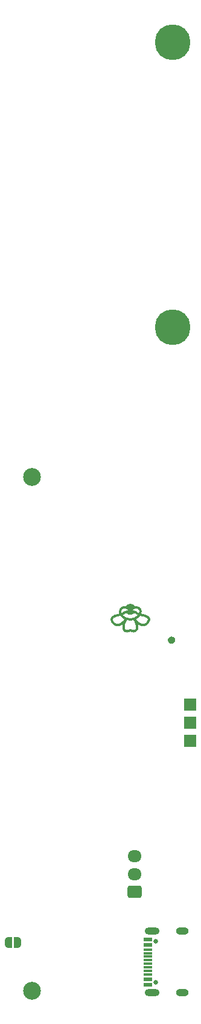
<source format=gbr>
%TF.GenerationSoftware,KiCad,Pcbnew,8.0.7*%
%TF.CreationDate,2024-12-30T17:39:46+01:00*%
%TF.ProjectId,termometer2,7465726d-6f6d-4657-9465-72322e6b6963,rev?*%
%TF.SameCoordinates,Original*%
%TF.FileFunction,Soldermask,Bot*%
%TF.FilePolarity,Negative*%
%FSLAX46Y46*%
G04 Gerber Fmt 4.6, Leading zero omitted, Abs format (unit mm)*
G04 Created by KiCad (PCBNEW 8.0.7) date 2024-12-30 17:39:46*
%MOMM*%
%LPD*%
G01*
G04 APERTURE LIST*
G04 Aperture macros list*
%AMRoundRect*
0 Rectangle with rounded corners*
0 $1 Rounding radius*
0 $2 $3 $4 $5 $6 $7 $8 $9 X,Y pos of 4 corners*
0 Add a 4 corners polygon primitive as box body*
4,1,4,$2,$3,$4,$5,$6,$7,$8,$9,$2,$3,0*
0 Add four circle primitives for the rounded corners*
1,1,$1+$1,$2,$3*
1,1,$1+$1,$4,$5*
1,1,$1+$1,$6,$7*
1,1,$1+$1,$8,$9*
0 Add four rect primitives between the rounded corners*
20,1,$1+$1,$2,$3,$4,$5,0*
20,1,$1+$1,$4,$5,$6,$7,0*
20,1,$1+$1,$6,$7,$8,$9,0*
20,1,$1+$1,$8,$9,$2,$3,0*%
%AMFreePoly0*
4,1,19,0.500000,-0.750000,0.000000,-0.750000,0.000000,-0.744911,-0.071157,-0.744911,-0.207708,-0.704816,-0.327430,-0.627875,-0.420627,-0.520320,-0.479746,-0.390866,-0.500000,-0.250000,-0.500000,0.250000,-0.479746,0.390866,-0.420627,0.520320,-0.327430,0.627875,-0.207708,0.704816,-0.071157,0.744911,0.000000,0.744911,0.000000,0.750000,0.500000,0.750000,0.500000,-0.750000,0.500000,-0.750000,
$1*%
%AMFreePoly1*
4,1,19,0.000000,0.744911,0.071157,0.744911,0.207708,0.704816,0.327430,0.627875,0.420627,0.520320,0.479746,0.390866,0.500000,0.250000,0.500000,-0.250000,0.479746,-0.390866,0.420627,-0.520320,0.327430,-0.627875,0.207708,-0.704816,0.071157,-0.744911,0.000000,-0.744911,0.000000,-0.750000,-0.500000,-0.750000,-0.500000,0.750000,0.000000,0.750000,0.000000,0.744911,0.000000,0.744911,
$1*%
G04 Aperture macros list end*
%ADD10C,0.000000*%
%ADD11C,0.010000*%
%ADD12C,5.000000*%
%ADD13RoundRect,0.250000X0.725000X-0.600000X0.725000X0.600000X-0.725000X0.600000X-0.725000X-0.600000X0*%
%ADD14O,1.950000X1.700000*%
%ADD15R,1.700000X1.700000*%
%ADD16C,2.500000*%
%ADD17FreePoly0,180.000000*%
%ADD18FreePoly1,180.000000*%
%ADD19C,0.650000*%
%ADD20R,1.240000X0.600000*%
%ADD21R,1.240000X0.300000*%
%ADD22O,1.800000X1.000000*%
%ADD23O,2.100000X1.000000*%
G04 APERTURE END LIST*
D10*
G36*
X108662577Y-172517637D02*
G01*
X108710908Y-172523202D01*
X108735242Y-172526812D01*
X108759655Y-172531033D01*
X108784120Y-172535910D01*
X108808612Y-172541487D01*
X108833105Y-172547809D01*
X108857572Y-172554921D01*
X108881989Y-172562867D01*
X108906329Y-172571692D01*
X108930566Y-172581440D01*
X108954675Y-172592156D01*
X108978630Y-172603885D01*
X109002405Y-172616671D01*
X109019157Y-172626463D01*
X109035695Y-172636856D01*
X109052009Y-172647844D01*
X109068087Y-172659421D01*
X109083921Y-172671584D01*
X109099499Y-172684326D01*
X109114812Y-172697642D01*
X109129850Y-172711528D01*
X109144602Y-172725978D01*
X109159059Y-172740987D01*
X109173210Y-172756550D01*
X109187045Y-172772661D01*
X109200554Y-172789316D01*
X109213727Y-172806509D01*
X109226554Y-172824235D01*
X109239024Y-172842489D01*
X109294465Y-172833221D01*
X109349754Y-172827385D01*
X109404730Y-172824937D01*
X109459232Y-172825832D01*
X109513100Y-172830025D01*
X109566173Y-172837471D01*
X109618290Y-172848125D01*
X109669290Y-172861943D01*
X109719013Y-172878879D01*
X109767297Y-172898889D01*
X109813983Y-172921928D01*
X109858908Y-172947951D01*
X109901914Y-172976913D01*
X109942837Y-173008769D01*
X109981519Y-173043474D01*
X110017798Y-173080984D01*
X110049130Y-173118549D01*
X110077555Y-173158390D01*
X110103005Y-173200377D01*
X110125410Y-173244381D01*
X110144699Y-173290274D01*
X110160802Y-173337926D01*
X110173650Y-173387208D01*
X110183172Y-173437992D01*
X110189299Y-173490148D01*
X110191961Y-173543548D01*
X110191087Y-173598062D01*
X110186608Y-173653561D01*
X110178453Y-173709917D01*
X110166554Y-173767000D01*
X110150839Y-173824681D01*
X110131240Y-173882832D01*
X110273503Y-173905648D01*
X110411211Y-173931205D01*
X110478140Y-173945261D01*
X110543671Y-173960301D01*
X110607718Y-173976426D01*
X110670193Y-173993735D01*
X110731011Y-174012327D01*
X110790086Y-174032303D01*
X110847329Y-174053762D01*
X110902657Y-174076804D01*
X110955981Y-174101528D01*
X111007216Y-174128036D01*
X111056275Y-174156425D01*
X111103071Y-174186796D01*
X111130009Y-174206183D01*
X111156100Y-174226723D01*
X111181252Y-174248391D01*
X111205371Y-174271161D01*
X111228363Y-174295008D01*
X111250135Y-174319906D01*
X111270594Y-174345829D01*
X111289646Y-174372751D01*
X111307198Y-174400648D01*
X111323156Y-174429493D01*
X111337428Y-174459260D01*
X111349919Y-174489924D01*
X111360536Y-174521460D01*
X111369185Y-174553841D01*
X111375774Y-174587042D01*
X111380209Y-174621037D01*
X111382521Y-174655511D01*
X111382822Y-174690175D01*
X111381136Y-174725041D01*
X111377491Y-174760122D01*
X111371913Y-174795432D01*
X111364426Y-174830983D01*
X111355058Y-174866789D01*
X111343833Y-174902862D01*
X111330779Y-174939216D01*
X111315921Y-174975864D01*
X111299285Y-175012818D01*
X111280897Y-175050092D01*
X111260784Y-175087699D01*
X111238970Y-175125652D01*
X111215482Y-175163963D01*
X111190346Y-175202646D01*
X111189025Y-175204597D01*
X111187677Y-175206529D01*
X111186303Y-175208441D01*
X111184902Y-175210335D01*
X111183475Y-175212208D01*
X111182021Y-175214061D01*
X111180542Y-175215895D01*
X111179037Y-175217707D01*
X111137143Y-175265588D01*
X111094706Y-175310483D01*
X111051768Y-175352414D01*
X111008368Y-175391403D01*
X110964549Y-175427473D01*
X110920353Y-175460644D01*
X110875820Y-175490939D01*
X110830991Y-175518379D01*
X110785909Y-175542986D01*
X110740614Y-175564782D01*
X110695148Y-175583789D01*
X110649552Y-175600029D01*
X110603867Y-175613523D01*
X110558135Y-175624293D01*
X110512397Y-175632361D01*
X110466695Y-175637749D01*
X110421268Y-175640544D01*
X110376342Y-175640893D01*
X110331937Y-175638905D01*
X110288074Y-175634692D01*
X110244773Y-175628365D01*
X110202053Y-175620033D01*
X110159935Y-175609808D01*
X110118440Y-175597800D01*
X110077587Y-175584119D01*
X110037396Y-175568878D01*
X109997889Y-175552185D01*
X109959084Y-175534151D01*
X109921003Y-175514888D01*
X109883666Y-175494506D01*
X109847092Y-175473116D01*
X109811301Y-175450827D01*
X109794842Y-175440112D01*
X109778521Y-175429181D01*
X109762335Y-175418053D01*
X109746279Y-175406742D01*
X109730348Y-175395266D01*
X109714537Y-175383640D01*
X109683255Y-175360003D01*
X109697852Y-175426888D01*
X109709629Y-175492113D01*
X109718618Y-175555663D01*
X109724850Y-175617520D01*
X109728355Y-175677668D01*
X109729164Y-175736091D01*
X109727308Y-175792773D01*
X109722817Y-175847695D01*
X109715722Y-175900843D01*
X109706054Y-175952199D01*
X109693843Y-176001748D01*
X109679121Y-176049471D01*
X109661917Y-176095354D01*
X109642264Y-176139379D01*
X109620190Y-176181531D01*
X109595728Y-176221791D01*
X109572978Y-176254435D01*
X109548549Y-176285284D01*
X109522539Y-176314311D01*
X109495046Y-176341487D01*
X109466170Y-176366784D01*
X109436009Y-176390175D01*
X109404661Y-176411632D01*
X109372227Y-176431125D01*
X109338804Y-176448627D01*
X109304492Y-176464110D01*
X109269389Y-176477545D01*
X109233594Y-176488905D01*
X109197206Y-176498161D01*
X109160323Y-176505286D01*
X109123045Y-176510251D01*
X109085470Y-176513027D01*
X109055049Y-176513692D01*
X109024572Y-176512999D01*
X108994062Y-176510967D01*
X108963544Y-176507615D01*
X108933042Y-176502959D01*
X108902580Y-176497019D01*
X108872181Y-176489812D01*
X108841871Y-176481356D01*
X108811673Y-176471670D01*
X108781610Y-176460772D01*
X108751708Y-176448679D01*
X108721989Y-176435410D01*
X108692479Y-176420983D01*
X108663201Y-176405416D01*
X108634179Y-176388727D01*
X108605437Y-176370934D01*
X108576715Y-176388723D01*
X108547715Y-176405410D01*
X108518460Y-176420976D01*
X108488974Y-176435402D01*
X108459281Y-176448671D01*
X108429406Y-176460764D01*
X108399371Y-176471663D01*
X108369201Y-176481350D01*
X108338920Y-176489807D01*
X108308553Y-176497015D01*
X108278122Y-176502957D01*
X108247652Y-176507614D01*
X108217167Y-176510967D01*
X108186690Y-176513000D01*
X108156246Y-176513692D01*
X108125859Y-176513027D01*
X108088326Y-176510246D01*
X108051091Y-176505271D01*
X108014254Y-176498133D01*
X107977913Y-176488858D01*
X107942167Y-176477477D01*
X107907116Y-176464017D01*
X107872859Y-176448508D01*
X107839495Y-176430978D01*
X107807123Y-176411457D01*
X107775842Y-176389971D01*
X107745750Y-176366551D01*
X107716949Y-176341225D01*
X107689535Y-176314022D01*
X107663609Y-176284971D01*
X107639270Y-176254099D01*
X107616616Y-176221437D01*
X107592282Y-176181180D01*
X107570334Y-176139040D01*
X107550802Y-176095033D01*
X107533717Y-176049174D01*
X107519109Y-176001480D01*
X107507008Y-175951966D01*
X107497445Y-175900650D01*
X107490450Y-175847548D01*
X107486052Y-175792675D01*
X107484283Y-175736048D01*
X107484293Y-175735381D01*
X107826716Y-175735381D01*
X107827499Y-175768558D01*
X107829429Y-175800291D01*
X107836509Y-175859414D01*
X107847519Y-175912730D01*
X107854361Y-175937205D01*
X107862020Y-175960222D01*
X107870442Y-175981778D01*
X107879572Y-176001871D01*
X107889356Y-176020499D01*
X107899738Y-176037659D01*
X107911195Y-176054374D01*
X107923101Y-176069913D01*
X107935461Y-176084297D01*
X107948284Y-176097548D01*
X107961576Y-176109686D01*
X107975345Y-176120733D01*
X107989598Y-176130710D01*
X108004343Y-176139637D01*
X108019587Y-176147535D01*
X108035336Y-176154426D01*
X108051599Y-176160331D01*
X108068383Y-176165271D01*
X108085695Y-176169266D01*
X108103541Y-176172338D01*
X108121931Y-176174508D01*
X108140870Y-176175797D01*
X108160382Y-176176121D01*
X108180459Y-176175364D01*
X108201058Y-176173497D01*
X108222138Y-176170493D01*
X108243656Y-176166321D01*
X108265570Y-176160955D01*
X108287838Y-176154365D01*
X108310419Y-176146522D01*
X108333270Y-176137399D01*
X108356349Y-176126966D01*
X108379615Y-176115196D01*
X108403026Y-176102059D01*
X108426538Y-176087526D01*
X108450111Y-176071571D01*
X108473703Y-176054163D01*
X108497271Y-176035275D01*
X108503035Y-176032603D01*
X108508889Y-176030153D01*
X108514826Y-176027927D01*
X108520842Y-176025926D01*
X108526928Y-176024152D01*
X108533078Y-176022608D01*
X108539287Y-176021295D01*
X108545548Y-176020215D01*
X108549055Y-176018397D01*
X108552601Y-176016663D01*
X108556183Y-176015014D01*
X108559801Y-176013450D01*
X108563452Y-176011972D01*
X108567135Y-176010580D01*
X108570848Y-176009274D01*
X108574590Y-176008056D01*
X108578360Y-176006925D01*
X108582156Y-176005883D01*
X108585976Y-176004929D01*
X108589819Y-176004063D01*
X108593683Y-176003288D01*
X108597566Y-176002602D01*
X108601468Y-176002007D01*
X108605386Y-176001503D01*
X108609308Y-176002006D01*
X108613213Y-176002600D01*
X108617100Y-176003285D01*
X108620967Y-176004060D01*
X108624813Y-176004924D01*
X108628637Y-176005878D01*
X108632436Y-176006921D01*
X108636209Y-176008051D01*
X108639954Y-176009270D01*
X108643671Y-176010575D01*
X108647357Y-176011967D01*
X108651011Y-176013446D01*
X108654631Y-176015010D01*
X108658217Y-176016660D01*
X108661765Y-176018395D01*
X108665276Y-176020213D01*
X108671536Y-176021293D01*
X108677745Y-176022607D01*
X108683896Y-176024151D01*
X108689982Y-176025926D01*
X108695997Y-176027927D01*
X108701935Y-176030154D01*
X108707789Y-176032604D01*
X108713553Y-176035276D01*
X108737111Y-176054155D01*
X108760698Y-176071556D01*
X108784273Y-176087508D01*
X108807793Y-176102038D01*
X108831217Y-176115174D01*
X108854503Y-176126946D01*
X108877608Y-176137380D01*
X108900491Y-176146506D01*
X108923109Y-176154352D01*
X108945422Y-176160945D01*
X108967385Y-176166315D01*
X108988959Y-176170489D01*
X109010100Y-176173496D01*
X109030767Y-176175364D01*
X109050918Y-176176122D01*
X109070511Y-176175797D01*
X109089535Y-176174504D01*
X109108012Y-176172326D01*
X109125950Y-176169242D01*
X109143355Y-176165232D01*
X109160233Y-176160275D01*
X109176591Y-176154351D01*
X109184578Y-176151019D01*
X109192437Y-176147438D01*
X109200169Y-176143604D01*
X109207776Y-176139516D01*
X109215258Y-176135170D01*
X109222616Y-176130565D01*
X109229850Y-176125697D01*
X109236962Y-176120564D01*
X109243953Y-176115163D01*
X109250822Y-176109492D01*
X109257572Y-176103549D01*
X109264203Y-176097329D01*
X109270715Y-176090832D01*
X109277111Y-176084055D01*
X109289552Y-176069648D01*
X109301534Y-176054088D01*
X109313062Y-176037355D01*
X109321376Y-176023907D01*
X109329339Y-176009554D01*
X109336926Y-175994297D01*
X109344107Y-175978136D01*
X109350855Y-175961072D01*
X109357142Y-175943105D01*
X109362939Y-175924236D01*
X109368219Y-175904466D01*
X109372953Y-175883795D01*
X109377114Y-175862223D01*
X109380674Y-175839752D01*
X109383604Y-175816381D01*
X109385877Y-175792112D01*
X109387464Y-175766945D01*
X109388338Y-175740880D01*
X109388470Y-175713918D01*
X109387117Y-175670881D01*
X109383757Y-175625683D01*
X109378305Y-175578335D01*
X109370674Y-175528847D01*
X109360780Y-175477230D01*
X109348536Y-175423494D01*
X109333856Y-175367650D01*
X109316655Y-175309709D01*
X109296846Y-175249682D01*
X109274344Y-175187578D01*
X109249063Y-175123409D01*
X109220917Y-175057185D01*
X109189820Y-174988917D01*
X109155686Y-174918615D01*
X109118430Y-174846291D01*
X109077965Y-174771954D01*
X109023594Y-174784615D01*
X108968281Y-174796415D01*
X108911868Y-174807112D01*
X108854202Y-174816463D01*
X108795124Y-174824224D01*
X108734480Y-174830153D01*
X108672114Y-174834008D01*
X108607870Y-174835546D01*
X108607109Y-174835442D01*
X108606349Y-174835546D01*
X108573988Y-174835082D01*
X108542116Y-174834008D01*
X108479763Y-174830152D01*
X108419133Y-174824221D01*
X108360070Y-174816458D01*
X108302417Y-174807107D01*
X108246018Y-174796410D01*
X108190717Y-174784611D01*
X108136357Y-174771954D01*
X108102685Y-174833547D01*
X108071257Y-174893740D01*
X108042018Y-174952532D01*
X108014913Y-175009921D01*
X107989888Y-175065903D01*
X107966886Y-175120478D01*
X107945855Y-175173642D01*
X107926738Y-175225393D01*
X107909481Y-175275729D01*
X107894028Y-175324648D01*
X107880326Y-175372147D01*
X107868320Y-175418224D01*
X107857954Y-175462877D01*
X107849173Y-175506104D01*
X107841923Y-175547902D01*
X107836149Y-175588269D01*
X107831796Y-175627202D01*
X107828810Y-175664700D01*
X107827134Y-175700761D01*
X107826716Y-175735381D01*
X107484293Y-175735381D01*
X107485173Y-175677683D01*
X107488751Y-175617597D01*
X107495049Y-175555805D01*
X107504096Y-175492324D01*
X107515922Y-175427169D01*
X107530559Y-175360358D01*
X107499405Y-175383897D01*
X107483665Y-175395478D01*
X107467807Y-175406910D01*
X107451824Y-175418178D01*
X107435712Y-175429264D01*
X107419463Y-175440153D01*
X107403071Y-175450827D01*
X107367280Y-175473116D01*
X107330706Y-175494506D01*
X107293369Y-175514888D01*
X107255288Y-175534151D01*
X107216483Y-175552185D01*
X107176976Y-175568878D01*
X107136786Y-175584119D01*
X107095933Y-175597800D01*
X107054437Y-175609808D01*
X107012320Y-175620033D01*
X106969600Y-175628365D01*
X106926298Y-175634692D01*
X106882435Y-175638905D01*
X106838030Y-175640893D01*
X106793104Y-175640544D01*
X106747677Y-175637749D01*
X106701975Y-175632361D01*
X106656237Y-175624292D01*
X106610506Y-175613522D01*
X106564821Y-175600028D01*
X106519225Y-175583789D01*
X106473759Y-175564782D01*
X106428464Y-175542985D01*
X106383381Y-175518378D01*
X106338553Y-175490938D01*
X106294020Y-175460643D01*
X106249823Y-175427472D01*
X106206004Y-175391403D01*
X106162605Y-175352413D01*
X106119666Y-175310482D01*
X106077229Y-175265587D01*
X106035335Y-175217707D01*
X106033830Y-175215894D01*
X106032351Y-175214061D01*
X106030897Y-175212208D01*
X106029470Y-175210334D01*
X106028069Y-175208441D01*
X106026695Y-175206528D01*
X106025347Y-175204597D01*
X106024026Y-175202646D01*
X105998890Y-175163963D01*
X105975402Y-175125651D01*
X105953589Y-175087699D01*
X105933475Y-175050092D01*
X105915087Y-175012818D01*
X105898451Y-174975864D01*
X105883593Y-174939216D01*
X105870539Y-174902862D01*
X105859314Y-174866789D01*
X105849946Y-174830983D01*
X105842459Y-174795432D01*
X105836880Y-174760122D01*
X105833235Y-174725041D01*
X105831550Y-174690175D01*
X105831746Y-174667507D01*
X106169248Y-174667507D01*
X106169260Y-174682527D01*
X106170227Y-174698608D01*
X106172214Y-174715755D01*
X106175288Y-174733974D01*
X106179514Y-174753269D01*
X106184957Y-174773646D01*
X106191684Y-174795109D01*
X106199761Y-174817665D01*
X106209252Y-174841316D01*
X106220224Y-174866070D01*
X106232742Y-174891931D01*
X106246872Y-174918904D01*
X106262680Y-174946994D01*
X106280231Y-174976206D01*
X106299591Y-175006545D01*
X106332826Y-175044227D01*
X106365547Y-175078820D01*
X106397768Y-175110437D01*
X106429502Y-175139190D01*
X106460765Y-175165190D01*
X106491570Y-175188550D01*
X106521931Y-175209382D01*
X106551863Y-175227796D01*
X106581379Y-175243906D01*
X106610494Y-175257822D01*
X106639222Y-175269658D01*
X106667577Y-175279524D01*
X106695572Y-175287533D01*
X106723223Y-175293796D01*
X106750543Y-175298425D01*
X106777546Y-175301533D01*
X106804760Y-175303191D01*
X106832067Y-175303363D01*
X106859460Y-175302078D01*
X106886934Y-175299367D01*
X106914483Y-175295260D01*
X106942101Y-175289789D01*
X106969782Y-175282984D01*
X106997521Y-175274875D01*
X107025312Y-175265493D01*
X107053149Y-175254869D01*
X107081027Y-175243032D01*
X107108938Y-175230015D01*
X107136879Y-175215846D01*
X107164842Y-175200557D01*
X107192822Y-175184179D01*
X107220814Y-175166742D01*
X107262425Y-175138959D01*
X107303082Y-175109711D01*
X107342796Y-175079153D01*
X107381578Y-175047442D01*
X107419440Y-175014734D01*
X107456393Y-174981183D01*
X107492448Y-174946946D01*
X107527616Y-174912179D01*
X107595336Y-174841679D01*
X107659645Y-174770928D01*
X107720631Y-174701174D01*
X107778385Y-174633664D01*
X107778294Y-174633614D01*
X109435936Y-174633614D01*
X109493693Y-174701127D01*
X109554683Y-174770886D01*
X109618997Y-174841643D01*
X109686724Y-174912151D01*
X109721896Y-174946921D01*
X109757954Y-174981162D01*
X109794911Y-175014716D01*
X109832777Y-175047429D01*
X109871563Y-175079144D01*
X109911282Y-175109705D01*
X109951943Y-175138956D01*
X109993558Y-175166742D01*
X110021550Y-175184179D01*
X110049530Y-175200558D01*
X110077493Y-175215846D01*
X110105434Y-175230015D01*
X110133345Y-175243032D01*
X110161223Y-175254869D01*
X110189060Y-175265493D01*
X110216851Y-175274875D01*
X110244590Y-175282984D01*
X110272272Y-175289789D01*
X110299890Y-175295260D01*
X110327439Y-175299367D01*
X110354912Y-175302078D01*
X110382306Y-175303363D01*
X110409612Y-175303191D01*
X110436826Y-175301533D01*
X110463829Y-175298425D01*
X110491149Y-175293796D01*
X110518800Y-175287533D01*
X110546795Y-175279524D01*
X110575150Y-175269658D01*
X110603878Y-175257822D01*
X110632993Y-175243906D01*
X110662509Y-175227796D01*
X110692441Y-175209382D01*
X110722803Y-175188550D01*
X110753608Y-175165190D01*
X110784870Y-175139190D01*
X110816605Y-175110437D01*
X110848825Y-175078820D01*
X110881546Y-175044227D01*
X110914781Y-175006545D01*
X110934141Y-174976206D01*
X110951693Y-174946994D01*
X110967500Y-174918904D01*
X110981631Y-174891931D01*
X110994149Y-174866070D01*
X111005120Y-174841316D01*
X111014611Y-174817665D01*
X111022688Y-174795109D01*
X111029415Y-174773646D01*
X111034858Y-174753269D01*
X111039084Y-174733974D01*
X111042158Y-174715755D01*
X111044145Y-174698608D01*
X111045112Y-174682527D01*
X111045124Y-174667507D01*
X111044247Y-174653543D01*
X111042604Y-174640086D01*
X111040295Y-174627066D01*
X111037273Y-174614437D01*
X111033491Y-174602152D01*
X111028901Y-174590166D01*
X111023458Y-174578433D01*
X111017115Y-174566907D01*
X111009824Y-174555542D01*
X111001539Y-174544292D01*
X110992214Y-174533111D01*
X110981801Y-174521953D01*
X110970254Y-174510771D01*
X110957526Y-174499521D01*
X110943570Y-174488156D01*
X110928340Y-174476630D01*
X110911788Y-174464897D01*
X110877609Y-174443262D01*
X110839090Y-174422305D01*
X110796430Y-174402025D01*
X110749827Y-174382420D01*
X110699479Y-174363487D01*
X110645585Y-174345226D01*
X110527948Y-174310710D01*
X110398502Y-174278856D01*
X110258834Y-174249650D01*
X110110528Y-174223075D01*
X109955170Y-174199119D01*
X109926200Y-174235840D01*
X109896591Y-174271066D01*
X109866381Y-174304844D01*
X109835608Y-174337221D01*
X109804308Y-174368245D01*
X109772518Y-174397962D01*
X109740277Y-174426419D01*
X109707622Y-174453664D01*
X109674589Y-174479743D01*
X109641217Y-174504704D01*
X109607542Y-174528593D01*
X109573602Y-174551458D01*
X109539434Y-174573345D01*
X109505075Y-174594303D01*
X109470564Y-174614376D01*
X109435936Y-174633614D01*
X107778294Y-174633614D01*
X107743753Y-174614427D01*
X107709234Y-174594354D01*
X107674868Y-174573398D01*
X107640690Y-174551511D01*
X107606740Y-174528648D01*
X107573054Y-174504760D01*
X107539670Y-174479801D01*
X107506625Y-174453723D01*
X107473958Y-174426479D01*
X107441705Y-174398022D01*
X107409904Y-174368305D01*
X107378593Y-174337281D01*
X107347810Y-174304903D01*
X107317591Y-174271123D01*
X107287975Y-174235894D01*
X107259000Y-174199170D01*
X107103675Y-174223125D01*
X106955401Y-174249695D01*
X106884404Y-174263966D01*
X106815763Y-174278896D01*
X106749678Y-174294488D01*
X106686346Y-174310743D01*
X106625966Y-174327663D01*
X106568735Y-174345251D01*
X106514851Y-174363508D01*
X106464514Y-174382436D01*
X106417920Y-174402037D01*
X106375268Y-174422313D01*
X106336757Y-174443266D01*
X106302584Y-174464897D01*
X106286032Y-174476630D01*
X106270802Y-174488156D01*
X106256846Y-174499521D01*
X106244118Y-174510771D01*
X106232571Y-174521953D01*
X106222158Y-174533111D01*
X106212833Y-174544292D01*
X106204548Y-174555542D01*
X106197258Y-174566907D01*
X106190914Y-174578433D01*
X106185471Y-174590166D01*
X106180882Y-174602152D01*
X106177099Y-174614437D01*
X106174077Y-174627066D01*
X106171768Y-174640086D01*
X106170126Y-174653543D01*
X106169248Y-174667507D01*
X105831746Y-174667507D01*
X105831850Y-174655511D01*
X105834163Y-174621037D01*
X105836105Y-174603942D01*
X105838598Y-174587042D01*
X105841629Y-174570341D01*
X105845187Y-174553841D01*
X105849260Y-174537546D01*
X105853836Y-174521460D01*
X105858905Y-174505585D01*
X105864453Y-174489925D01*
X105876944Y-174459260D01*
X105891216Y-174429493D01*
X105907174Y-174400648D01*
X105924726Y-174372752D01*
X105943778Y-174345829D01*
X105964237Y-174319906D01*
X105986009Y-174295008D01*
X106009001Y-174271161D01*
X106033120Y-174248391D01*
X106058271Y-174226723D01*
X106084363Y-174206183D01*
X106111300Y-174186796D01*
X106158092Y-174156428D01*
X106207147Y-174128042D01*
X106258377Y-174101539D01*
X106311696Y-174076818D01*
X106357640Y-174057685D01*
X107581726Y-174057685D01*
X107609973Y-174088694D01*
X107638835Y-174118203D01*
X107668310Y-174146294D01*
X107698398Y-174173045D01*
X107729099Y-174198538D01*
X107760412Y-174222854D01*
X107792337Y-174246073D01*
X107824872Y-174268274D01*
X107858019Y-174289540D01*
X107891775Y-174309950D01*
X107926141Y-174329585D01*
X107961116Y-174348526D01*
X108032891Y-174384645D01*
X108107096Y-174418953D01*
X108166833Y-174435297D01*
X108226764Y-174450251D01*
X108287188Y-174463586D01*
X108348402Y-174475073D01*
X108410703Y-174484483D01*
X108474390Y-174491587D01*
X108506846Y-174494202D01*
X108539760Y-174496156D01*
X108573169Y-174497418D01*
X108607110Y-174497961D01*
X108641049Y-174497418D01*
X108674456Y-174496156D01*
X108707369Y-174494202D01*
X108739824Y-174491586D01*
X108771860Y-174488337D01*
X108803513Y-174484482D01*
X108865817Y-174475072D01*
X108927033Y-174463585D01*
X108987459Y-174450251D01*
X109047390Y-174435297D01*
X109107124Y-174418953D01*
X109181332Y-174384645D01*
X109217524Y-174366853D01*
X109253109Y-174348526D01*
X109288084Y-174329586D01*
X109322450Y-174309951D01*
X109356206Y-174289540D01*
X109389352Y-174268275D01*
X109421888Y-174246073D01*
X109453812Y-174222854D01*
X109485124Y-174198539D01*
X109515824Y-174173045D01*
X109545912Y-174146294D01*
X109575386Y-174118204D01*
X109604247Y-174088694D01*
X109632494Y-174057685D01*
X109573923Y-174019291D01*
X109515276Y-173982043D01*
X109456533Y-173946125D01*
X109397675Y-173911721D01*
X109338680Y-173879014D01*
X109279528Y-173848189D01*
X109220200Y-173819430D01*
X109160675Y-173792921D01*
X109136891Y-173815761D01*
X109111907Y-173837989D01*
X109085674Y-173859495D01*
X109058147Y-173880168D01*
X109029279Y-173899899D01*
X108999021Y-173918579D01*
X108967328Y-173936096D01*
X108934153Y-173952340D01*
X108899448Y-173967203D01*
X108863167Y-173980574D01*
X108825263Y-173992342D01*
X108785688Y-174002398D01*
X108744396Y-174010633D01*
X108701340Y-174016935D01*
X108656473Y-174021195D01*
X108609749Y-174023303D01*
X108607972Y-174023059D01*
X108606198Y-174022796D01*
X108605324Y-174022930D01*
X108604449Y-174023059D01*
X108603574Y-174023183D01*
X108602698Y-174023303D01*
X108555696Y-174021191D01*
X108510626Y-174016914D01*
X108467436Y-174010583D01*
X108426073Y-174002313D01*
X108386485Y-173992217D01*
X108348620Y-173980408D01*
X108312427Y-173966999D01*
X108277853Y-173952103D01*
X108244845Y-173935834D01*
X108213353Y-173918306D01*
X108183323Y-173899631D01*
X108154704Y-173879922D01*
X108127443Y-173859294D01*
X108101489Y-173837859D01*
X108076789Y-173815731D01*
X108053291Y-173793022D01*
X107993794Y-173819527D01*
X107934496Y-173848278D01*
X107875375Y-173879093D01*
X107816411Y-173911787D01*
X107757585Y-173946177D01*
X107698876Y-173982079D01*
X107640263Y-174019310D01*
X107581726Y-174057685D01*
X106357640Y-174057685D01*
X106367017Y-174053780D01*
X106424256Y-174032325D01*
X106483324Y-174012354D01*
X106544136Y-173993765D01*
X106606605Y-173976461D01*
X106670644Y-173960340D01*
X106803090Y-173931250D01*
X106940783Y-173905697D01*
X107083031Y-173882883D01*
X107063426Y-173824729D01*
X107047708Y-173767044D01*
X107035806Y-173709957D01*
X107027650Y-173653598D01*
X107023169Y-173598095D01*
X107022525Y-173557895D01*
X107349225Y-173557895D01*
X107350402Y-173589801D01*
X107354079Y-173623054D01*
X107360379Y-173657683D01*
X107369428Y-173693716D01*
X107381352Y-173731179D01*
X107396275Y-173770101D01*
X107473106Y-173720067D01*
X107544832Y-173675523D01*
X108496509Y-173675523D01*
X108520804Y-173678917D01*
X108533406Y-173680471D01*
X108546484Y-173681887D01*
X108560168Y-173683132D01*
X108574587Y-173684173D01*
X108589870Y-173684978D01*
X108606147Y-173685514D01*
X108622117Y-173684976D01*
X108637140Y-173684164D01*
X108651341Y-173683113D01*
X108664846Y-173681855D01*
X108677780Y-173680424D01*
X108690269Y-173678853D01*
X108714415Y-173675423D01*
X108714415Y-173675422D01*
X108686707Y-173671417D01*
X108659015Y-173667237D01*
X108645336Y-173665270D01*
X108631854Y-173663486D01*
X108618634Y-173661959D01*
X108605741Y-173660766D01*
X108592730Y-173661970D01*
X108579417Y-173663506D01*
X108565862Y-173665298D01*
X108552123Y-173667273D01*
X108524330Y-173671476D01*
X108496509Y-173675523D01*
X107544832Y-173675523D01*
X107550863Y-173671778D01*
X107629630Y-173625483D01*
X107709494Y-173581430D01*
X107790541Y-173539869D01*
X107872855Y-173501047D01*
X107956522Y-173465213D01*
X107998890Y-173448495D01*
X108041628Y-173432617D01*
X108069993Y-173422851D01*
X108098937Y-173413703D01*
X108128377Y-173405118D01*
X108158230Y-173397041D01*
X108188413Y-173389417D01*
X108218845Y-173382193D01*
X108280123Y-173368721D01*
X108280001Y-173368619D01*
X108932626Y-173368619D01*
X108994348Y-173382086D01*
X109024999Y-173389314D01*
X109055393Y-173396946D01*
X109085442Y-173405037D01*
X109115059Y-173413642D01*
X109144155Y-173422817D01*
X109172643Y-173432617D01*
X109215380Y-173448497D01*
X109257746Y-173465217D01*
X109299753Y-173482747D01*
X109341410Y-173501056D01*
X109423720Y-173539884D01*
X109504764Y-173581453D01*
X109584626Y-173625513D01*
X109663395Y-173671816D01*
X109741156Y-173720112D01*
X109817996Y-173770152D01*
X109824126Y-173754987D01*
X109829841Y-173740021D01*
X109835143Y-173725255D01*
X109840030Y-173710690D01*
X109844505Y-173696329D01*
X109848568Y-173682172D01*
X109852219Y-173668222D01*
X109855458Y-173654481D01*
X109858286Y-173640949D01*
X109860705Y-173627629D01*
X109862713Y-173614522D01*
X109864312Y-173601630D01*
X109865503Y-173588955D01*
X109866285Y-173576498D01*
X109866660Y-173564260D01*
X109866628Y-173552245D01*
X109866629Y-173552245D01*
X109865810Y-173533463D01*
X109864125Y-173515173D01*
X109861607Y-173497371D01*
X109858285Y-173480047D01*
X109854190Y-173463194D01*
X109849354Y-173446806D01*
X109843807Y-173430875D01*
X109837580Y-173415393D01*
X109830703Y-173400354D01*
X109823208Y-173385750D01*
X109815126Y-173371574D01*
X109806487Y-173357818D01*
X109797323Y-173344476D01*
X109787663Y-173331539D01*
X109777539Y-173319000D01*
X109766981Y-173306853D01*
X109744272Y-173283734D01*
X109719298Y-173262268D01*
X109692204Y-173242568D01*
X109663137Y-173224746D01*
X109632245Y-173208914D01*
X109599672Y-173195185D01*
X109565566Y-173183671D01*
X109530073Y-173174485D01*
X109493339Y-173167739D01*
X109455511Y-173163546D01*
X109416736Y-173162017D01*
X109377160Y-173163266D01*
X109336928Y-173167404D01*
X109296189Y-173174544D01*
X109255087Y-173184799D01*
X109213770Y-173198280D01*
X109197618Y-173204457D01*
X109181091Y-173211309D01*
X109164229Y-173218819D01*
X109147072Y-173226970D01*
X109129660Y-173235746D01*
X109112031Y-173245128D01*
X109094227Y-173255101D01*
X109076286Y-173265648D01*
X109058249Y-173276750D01*
X109040155Y-173288392D01*
X109022044Y-173300556D01*
X109003956Y-173313226D01*
X108985930Y-173326384D01*
X108968007Y-173340014D01*
X108950226Y-173354098D01*
X108932626Y-173368619D01*
X108280001Y-173368619D01*
X108262638Y-173354165D01*
X108244972Y-173340053D01*
X108227166Y-173326400D01*
X108209258Y-173313223D01*
X108191287Y-173300538D01*
X108173290Y-173288363D01*
X108155307Y-173276714D01*
X108137377Y-173265608D01*
X108119537Y-173255060D01*
X108101827Y-173245089D01*
X108084285Y-173235709D01*
X108066950Y-173226939D01*
X108049860Y-173218794D01*
X108033055Y-173211292D01*
X108016572Y-173204448D01*
X108000450Y-173198280D01*
X107979778Y-173191129D01*
X107959142Y-173184799D01*
X107938559Y-173179275D01*
X107918048Y-173174544D01*
X107897627Y-173170592D01*
X107877315Y-173167404D01*
X107857129Y-173164967D01*
X107837089Y-173163266D01*
X107817212Y-173162287D01*
X107797517Y-173162017D01*
X107778022Y-173162441D01*
X107758746Y-173163546D01*
X107739706Y-173165317D01*
X107720922Y-173167740D01*
X107702410Y-173170801D01*
X107684191Y-173174486D01*
X107648700Y-173183672D01*
X107614596Y-173195185D01*
X107582024Y-173208914D01*
X107551132Y-173224746D01*
X107522067Y-173242568D01*
X107508264Y-173252190D01*
X107494973Y-173262268D01*
X107482212Y-173272787D01*
X107469999Y-173283734D01*
X107458353Y-173295094D01*
X107447291Y-173306853D01*
X107430377Y-173326809D01*
X107414708Y-173347834D01*
X107400410Y-173369958D01*
X107387607Y-173393207D01*
X107376426Y-173417610D01*
X107366992Y-173443193D01*
X107359429Y-173469986D01*
X107353863Y-173498015D01*
X107350420Y-173527309D01*
X107349225Y-173557895D01*
X107022525Y-173557895D01*
X107022295Y-173543577D01*
X107024957Y-173490174D01*
X107031085Y-173438015D01*
X107040608Y-173387227D01*
X107053457Y-173337942D01*
X107069562Y-173290287D01*
X107088853Y-173244391D01*
X107111259Y-173200384D01*
X107136711Y-173158395D01*
X107165139Y-173118552D01*
X107196472Y-173080984D01*
X107232765Y-173043460D01*
X107271462Y-173008741D01*
X107312402Y-172976874D01*
X107322042Y-172970383D01*
X108304211Y-172970383D01*
X108323858Y-172981768D01*
X108343485Y-172993605D01*
X108363074Y-173005897D01*
X108382606Y-173018649D01*
X108402064Y-173031865D01*
X108421429Y-173045550D01*
X108440681Y-173059707D01*
X108459804Y-173074340D01*
X108478779Y-173089455D01*
X108497586Y-173105055D01*
X108516208Y-173121144D01*
X108534626Y-173137727D01*
X108552822Y-173154808D01*
X108570778Y-173172391D01*
X108588474Y-173190481D01*
X108605893Y-173209081D01*
X108623478Y-173190395D01*
X108641345Y-173172228D01*
X108659475Y-173154573D01*
X108677850Y-173137428D01*
X108696449Y-173120787D01*
X108715252Y-173104647D01*
X108734242Y-173089003D01*
X108753398Y-173073849D01*
X108772701Y-173059183D01*
X108792132Y-173044999D01*
X108811671Y-173031292D01*
X108831299Y-173018060D01*
X108870744Y-172992997D01*
X108910313Y-172969774D01*
X108901580Y-172961149D01*
X108892771Y-172952810D01*
X108883859Y-172944792D01*
X108874818Y-172937132D01*
X108870241Y-172933447D01*
X108865621Y-172929866D01*
X108860956Y-172926393D01*
X108856243Y-172923031D01*
X108851477Y-172919786D01*
X108846655Y-172916663D01*
X108841775Y-172913665D01*
X108836832Y-172910798D01*
X108825177Y-172904546D01*
X108813132Y-172898687D01*
X108800702Y-172893211D01*
X108787893Y-172888109D01*
X108774708Y-172883371D01*
X108761154Y-172878987D01*
X108747235Y-172874949D01*
X108732957Y-172871247D01*
X108718324Y-172867871D01*
X108703342Y-172864812D01*
X108688016Y-172862060D01*
X108672351Y-172859606D01*
X108640023Y-172855554D01*
X108606400Y-172852581D01*
X108572933Y-172856232D01*
X108556667Y-172858401D01*
X108540721Y-172860814D01*
X108525102Y-172863481D01*
X108509815Y-172866413D01*
X108494868Y-172869623D01*
X108480267Y-172873120D01*
X108466018Y-172876915D01*
X108452128Y-172881021D01*
X108438603Y-172885447D01*
X108425449Y-172890205D01*
X108412673Y-172895305D01*
X108400282Y-172900760D01*
X108388281Y-172906579D01*
X108376677Y-172912775D01*
X108371792Y-172915594D01*
X108366970Y-172918538D01*
X108362209Y-172921603D01*
X108357504Y-172924784D01*
X108352853Y-172928077D01*
X108348251Y-172931477D01*
X108343696Y-172934980D01*
X108339183Y-172938581D01*
X108330273Y-172946060D01*
X108321493Y-172953877D01*
X108312815Y-172961997D01*
X108304211Y-172970383D01*
X107322042Y-172970383D01*
X107355424Y-172947904D01*
X107400367Y-172921875D01*
X107447070Y-172898832D01*
X107495374Y-172878820D01*
X107545116Y-172861884D01*
X107596136Y-172848070D01*
X107648273Y-172837422D01*
X107701366Y-172829985D01*
X107755256Y-172825804D01*
X107809779Y-172824924D01*
X107864777Y-172827390D01*
X107920088Y-172833247D01*
X107975551Y-172842540D01*
X107988054Y-172824335D01*
X108000911Y-172806667D01*
X108014110Y-172789541D01*
X108027640Y-172772961D01*
X108041490Y-172756933D01*
X108055648Y-172741459D01*
X108070104Y-172726547D01*
X108084845Y-172712198D01*
X108099861Y-172698420D01*
X108115140Y-172685215D01*
X108130672Y-172672588D01*
X108146444Y-172660545D01*
X108162445Y-172649089D01*
X108178665Y-172638226D01*
X108195091Y-172627959D01*
X108211713Y-172618294D01*
X108235273Y-172605678D01*
X108258974Y-172594100D01*
X108282789Y-172583513D01*
X108306693Y-172573869D01*
X108330659Y-172565121D01*
X108354661Y-172557220D01*
X108378673Y-172550118D01*
X108402668Y-172543768D01*
X108426620Y-172538122D01*
X108450504Y-172533132D01*
X108474291Y-172528750D01*
X108497958Y-172524929D01*
X108544820Y-172518776D01*
X108590882Y-172514291D01*
X108593913Y-172515169D01*
X108596927Y-172516103D01*
X108599923Y-172517094D01*
X108602901Y-172518141D01*
X108605863Y-172517017D01*
X108608846Y-172515949D01*
X108611848Y-172514937D01*
X108614869Y-172513981D01*
X108662577Y-172517637D01*
G37*
G36*
X108619620Y-172807742D02*
G01*
X108628935Y-172808231D01*
X108638249Y-172809106D01*
X108647558Y-172810397D01*
X108664697Y-172812448D01*
X108681842Y-172814876D01*
X108698964Y-172817705D01*
X108716032Y-172820961D01*
X108733013Y-172824671D01*
X108749878Y-172828861D01*
X108766596Y-172833556D01*
X108783134Y-172838782D01*
X108799463Y-172844566D01*
X108815551Y-172850932D01*
X108831368Y-172857908D01*
X108846882Y-172865519D01*
X108862062Y-172873791D01*
X108876877Y-172882750D01*
X108891297Y-172892422D01*
X108905290Y-172902832D01*
X108924638Y-172919883D01*
X108934196Y-172928601D01*
X108943547Y-172937537D01*
X108948114Y-172942106D01*
X108952592Y-172946755D01*
X108956970Y-172951490D01*
X108961235Y-172956321D01*
X108965375Y-172961256D01*
X108969377Y-172966303D01*
X108973230Y-172971469D01*
X108976921Y-172976764D01*
X108976922Y-172976769D01*
X108977030Y-172977468D01*
X108977102Y-172978136D01*
X108977137Y-172978775D01*
X108977135Y-172979386D01*
X108977119Y-172979683D01*
X108977094Y-172979973D01*
X108977058Y-172980258D01*
X108977013Y-172980537D01*
X108976957Y-172980812D01*
X108976891Y-172981081D01*
X108976815Y-172981346D01*
X108976728Y-172981607D01*
X108976631Y-172981864D01*
X108976522Y-172982118D01*
X108976403Y-172982368D01*
X108976273Y-172982615D01*
X108976132Y-172982859D01*
X108975980Y-172983101D01*
X108975816Y-172983341D01*
X108975641Y-172983579D01*
X108975454Y-172983815D01*
X108975255Y-172984050D01*
X108974823Y-172984517D01*
X108974342Y-172984983D01*
X108973812Y-172985448D01*
X108951440Y-172997346D01*
X108929321Y-173009750D01*
X108907460Y-173022637D01*
X108885866Y-173035985D01*
X108864543Y-173049772D01*
X108843499Y-173063974D01*
X108822741Y-173078569D01*
X108802275Y-173093536D01*
X108790221Y-173102469D01*
X108778313Y-173111582D01*
X108754921Y-173130320D01*
X108732069Y-173149696D01*
X108709725Y-173169660D01*
X108687858Y-173190160D01*
X108666437Y-173211145D01*
X108645430Y-173232563D01*
X108624807Y-173254362D01*
X108624132Y-173254927D01*
X108623466Y-173255549D01*
X108622807Y-173256220D01*
X108622154Y-173256935D01*
X108620860Y-173258473D01*
X108619575Y-173260112D01*
X108616988Y-173263497D01*
X108615666Y-173265143D01*
X108614312Y-173266694D01*
X108613619Y-173267417D01*
X108612914Y-173268098D01*
X108612196Y-173268731D01*
X108611463Y-173269308D01*
X108610715Y-173269824D01*
X108609949Y-173270273D01*
X108609165Y-173270648D01*
X108608362Y-173270944D01*
X108607537Y-173271153D01*
X108606690Y-173271271D01*
X108605820Y-173271291D01*
X108604925Y-173271206D01*
X108604003Y-173271010D01*
X108603055Y-173270698D01*
X108602078Y-173270263D01*
X108601071Y-173269698D01*
X108582566Y-173249140D01*
X108563631Y-173228990D01*
X108544273Y-173209257D01*
X108524500Y-173189952D01*
X108504319Y-173171082D01*
X108483740Y-173152658D01*
X108462769Y-173134689D01*
X108441415Y-173117183D01*
X108419686Y-173100150D01*
X108397589Y-173083600D01*
X108375133Y-173067541D01*
X108352325Y-173051982D01*
X108329174Y-173036934D01*
X108305688Y-173022404D01*
X108281874Y-173008403D01*
X108257741Y-172994939D01*
X108257097Y-172994417D01*
X108256406Y-172993916D01*
X108255671Y-172993434D01*
X108254899Y-172992969D01*
X108253259Y-172992079D01*
X108251526Y-172991225D01*
X108247936Y-172989549D01*
X108246157Y-172988686D01*
X108244441Y-172987781D01*
X108243620Y-172987306D01*
X108242828Y-172986813D01*
X108242072Y-172986299D01*
X108241357Y-172985763D01*
X108240686Y-172985200D01*
X108240066Y-172984610D01*
X108239500Y-172983989D01*
X108238994Y-172983335D01*
X108238553Y-172982646D01*
X108238182Y-172981919D01*
X108237886Y-172981151D01*
X108237668Y-172980341D01*
X108237535Y-172979485D01*
X108237492Y-172978581D01*
X108237542Y-172977626D01*
X108237692Y-172976619D01*
X108239378Y-172974104D01*
X108241138Y-172971628D01*
X108242963Y-172969188D01*
X108244847Y-172966782D01*
X108246783Y-172964406D01*
X108248766Y-172962057D01*
X108252842Y-172957429D01*
X108257022Y-172952874D01*
X108261252Y-172948368D01*
X108269653Y-172939407D01*
X108281331Y-172927822D01*
X108293507Y-172916853D01*
X108306153Y-172906489D01*
X108319236Y-172896721D01*
X108332728Y-172887538D01*
X108346596Y-172878930D01*
X108360811Y-172870886D01*
X108375341Y-172863397D01*
X108390157Y-172856452D01*
X108405228Y-172850042D01*
X108420522Y-172844155D01*
X108436010Y-172838783D01*
X108451661Y-172833913D01*
X108467444Y-172829538D01*
X108483329Y-172825645D01*
X108499285Y-172822226D01*
X108536030Y-172815516D01*
X108554526Y-172812476D01*
X108573081Y-172809978D01*
X108582376Y-172809010D01*
X108591680Y-172808271D01*
X108600990Y-172807793D01*
X108610303Y-172807606D01*
X108619620Y-172807742D01*
G37*
G36*
X108638632Y-173618012D02*
G01*
X108667156Y-173620744D01*
X108695622Y-173624060D01*
X108724035Y-173627861D01*
X108780724Y-173636526D01*
X108837265Y-173645949D01*
X108839321Y-173646547D01*
X108841443Y-173647036D01*
X108843618Y-173647440D01*
X108845832Y-173647782D01*
X108854812Y-173649018D01*
X108857020Y-173649413D01*
X108859186Y-173649889D01*
X108861297Y-173650471D01*
X108863339Y-173651182D01*
X108864330Y-173651594D01*
X108865299Y-173652047D01*
X108866244Y-173652544D01*
X108867163Y-173653089D01*
X108868055Y-173653684D01*
X108868917Y-173654332D01*
X108869749Y-173655036D01*
X108870549Y-173655800D01*
X108870689Y-173656364D01*
X108870811Y-173656932D01*
X108870914Y-173657498D01*
X108870992Y-173658062D01*
X108871044Y-173658621D01*
X108871066Y-173659175D01*
X108871055Y-173659722D01*
X108871008Y-173660262D01*
X108870923Y-173660793D01*
X108870864Y-173661055D01*
X108870795Y-173661315D01*
X108870715Y-173661571D01*
X108870623Y-173661825D01*
X108870518Y-173662075D01*
X108870402Y-173662322D01*
X108870273Y-173662566D01*
X108870130Y-173662807D01*
X108869974Y-173663043D01*
X108869804Y-173663276D01*
X108869620Y-173663505D01*
X108869421Y-173663730D01*
X108869208Y-173663950D01*
X108868978Y-173664166D01*
X108863527Y-173667671D01*
X108857996Y-173671050D01*
X108852390Y-173674304D01*
X108846713Y-173677439D01*
X108835165Y-173683359D01*
X108823387Y-173688837D01*
X108811416Y-173693898D01*
X108799285Y-173698567D01*
X108787031Y-173702871D01*
X108774689Y-173706836D01*
X108757211Y-173711538D01*
X108739602Y-173715704D01*
X108721878Y-173719338D01*
X108704054Y-173722440D01*
X108686145Y-173725014D01*
X108668168Y-173727060D01*
X108650137Y-173728582D01*
X108632067Y-173729582D01*
X108613974Y-173730061D01*
X108595874Y-173730022D01*
X108577782Y-173729466D01*
X108559713Y-173728397D01*
X108541682Y-173726815D01*
X108523706Y-173724724D01*
X108505799Y-173722125D01*
X108487976Y-173719021D01*
X108479042Y-173717416D01*
X108470152Y-173715612D01*
X108461309Y-173713610D01*
X108452517Y-173711411D01*
X108443778Y-173709019D01*
X108435097Y-173706433D01*
X108426477Y-173703657D01*
X108417921Y-173700691D01*
X108409431Y-173697538D01*
X108401013Y-173694199D01*
X108392668Y-173690676D01*
X108384400Y-173686971D01*
X108376213Y-173683085D01*
X108368109Y-173679020D01*
X108360092Y-173674778D01*
X108352166Y-173670360D01*
X108351458Y-173670119D01*
X108350759Y-173669828D01*
X108350070Y-173669491D01*
X108349395Y-173669111D01*
X108348737Y-173668689D01*
X108348098Y-173668229D01*
X108347481Y-173667735D01*
X108346890Y-173667208D01*
X108346326Y-173666652D01*
X108345793Y-173666069D01*
X108345293Y-173665462D01*
X108344830Y-173664835D01*
X108344406Y-173664190D01*
X108344025Y-173663530D01*
X108343688Y-173662858D01*
X108343399Y-173662177D01*
X108343160Y-173661489D01*
X108342975Y-173660798D01*
X108342846Y-173660106D01*
X108342776Y-173659417D01*
X108342768Y-173658732D01*
X108342824Y-173658056D01*
X108342949Y-173657390D01*
X108343143Y-173656739D01*
X108343411Y-173656103D01*
X108343755Y-173655488D01*
X108344178Y-173654894D01*
X108344683Y-173654326D01*
X108345272Y-173653786D01*
X108345949Y-173653277D01*
X108346716Y-173652802D01*
X108347576Y-173652364D01*
X108361778Y-173649016D01*
X108376061Y-173645996D01*
X108390409Y-173643242D01*
X108404804Y-173640695D01*
X108462526Y-173631378D01*
X108499279Y-173626346D01*
X108536099Y-173621584D01*
X108554543Y-173619546D01*
X108573013Y-173617865D01*
X108591513Y-173616638D01*
X108610045Y-173615962D01*
X108638632Y-173618012D01*
G37*
D11*
%TO.C,REF\u002A\u002A*%
X114447920Y-177109947D02*
X114530671Y-177137150D01*
X114605764Y-177182581D01*
X114677656Y-177248399D01*
X114716204Y-177292664D01*
X114755614Y-177351058D01*
X114780804Y-177411683D01*
X114794219Y-177480962D01*
X114798306Y-177565319D01*
X114798027Y-177611404D01*
X114795818Y-177652547D01*
X114790252Y-177684679D01*
X114779944Y-177715219D01*
X114763506Y-177751586D01*
X114749558Y-177778825D01*
X114691023Y-177864526D01*
X114618977Y-177933714D01*
X114535305Y-177984838D01*
X114441889Y-178016347D01*
X114408792Y-178023322D01*
X114368318Y-178030191D01*
X114335357Y-178032016D01*
X114301056Y-178029044D01*
X114256558Y-178021523D01*
X114205292Y-178009099D01*
X114114792Y-177971209D01*
X114035703Y-177916933D01*
X113969886Y-177848867D01*
X113919198Y-177769608D01*
X113885498Y-177681751D01*
X113870644Y-177587892D01*
X113876494Y-177490627D01*
X113902757Y-177394317D01*
X113947776Y-177305591D01*
X114008731Y-177230516D01*
X114083542Y-177170738D01*
X114170126Y-177127906D01*
X114266401Y-177103668D01*
X114370286Y-177099673D01*
X114447920Y-177109947D01*
G36*
X114447920Y-177109947D02*
G01*
X114530671Y-177137150D01*
X114605764Y-177182581D01*
X114677656Y-177248399D01*
X114716204Y-177292664D01*
X114755614Y-177351058D01*
X114780804Y-177411683D01*
X114794219Y-177480962D01*
X114798306Y-177565319D01*
X114798027Y-177611404D01*
X114795818Y-177652547D01*
X114790252Y-177684679D01*
X114779944Y-177715219D01*
X114763506Y-177751586D01*
X114749558Y-177778825D01*
X114691023Y-177864526D01*
X114618977Y-177933714D01*
X114535305Y-177984838D01*
X114441889Y-178016347D01*
X114408792Y-178023322D01*
X114368318Y-178030191D01*
X114335357Y-178032016D01*
X114301056Y-178029044D01*
X114256558Y-178021523D01*
X114205292Y-178009099D01*
X114114792Y-177971209D01*
X114035703Y-177916933D01*
X113969886Y-177848867D01*
X113919198Y-177769608D01*
X113885498Y-177681751D01*
X113870644Y-177587892D01*
X113876494Y-177490627D01*
X113902757Y-177394317D01*
X113947776Y-177305591D01*
X114008731Y-177230516D01*
X114083542Y-177170738D01*
X114170126Y-177127906D01*
X114266401Y-177103668D01*
X114370286Y-177099673D01*
X114447920Y-177109947D01*
G37*
%TD*%
D12*
%TO.C,REF\u002A\u002A*%
X114550000Y-133750000D03*
%TD*%
%TO.C,REF\u002A\u002A*%
X114550000Y-93750000D03*
%TD*%
D13*
%TO.C,J3*%
X109225000Y-212900000D03*
D14*
X109225000Y-210400000D03*
X109225000Y-207900000D03*
%TD*%
D15*
%TO.C,J2*%
X117000000Y-186670000D03*
X117000000Y-189210000D03*
X117000000Y-191750000D03*
%TD*%
D16*
%TO.C,BT1*%
X94800000Y-154750000D03*
X94800000Y-226750000D03*
%TD*%
D17*
%TO.C,JP1*%
X92800000Y-220000000D03*
D18*
X91500000Y-220000000D03*
%TD*%
D19*
%TO.C,J1*%
X112190190Y-219835190D03*
X112190190Y-225615190D03*
D20*
X111070190Y-219525190D03*
X111070190Y-220325190D03*
D21*
X111070190Y-221475190D03*
X111070190Y-222475190D03*
X111070190Y-222975190D03*
X111070190Y-223975190D03*
D20*
X111070190Y-225125190D03*
X111070190Y-225925190D03*
X111070190Y-225925190D03*
X111070190Y-225125190D03*
D21*
X111070190Y-224475190D03*
X111070190Y-223475190D03*
X111070190Y-221975190D03*
X111070190Y-220975190D03*
D20*
X111070190Y-220325190D03*
X111070190Y-219525190D03*
D22*
X115870190Y-218405190D03*
D23*
X111670190Y-218405190D03*
D22*
X115870190Y-227045190D03*
D23*
X111670190Y-227045190D03*
%TD*%
M02*

</source>
